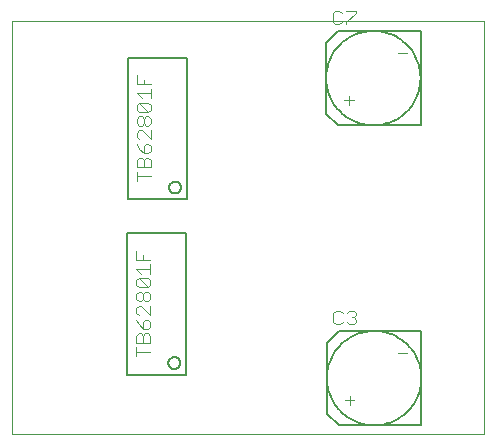
<source format=gto>
G75*
%MOIN*%
%OFA0B0*%
%FSLAX24Y24*%
%IPPOS*%
%LPD*%
%AMOC8*
5,1,8,0,0,1.08239X$1,22.5*
%
%ADD10C,0.0000*%
%ADD11C,0.0050*%
%ADD12C,0.0040*%
D10*
X010976Y000180D02*
X010976Y013960D01*
X026724Y013960D01*
X026724Y000180D01*
X010976Y000180D01*
D11*
X014816Y002168D02*
X016785Y002168D01*
X016785Y006892D01*
X014816Y006892D01*
X014816Y002168D01*
X016194Y002561D02*
X016196Y002588D01*
X016202Y002615D01*
X016211Y002641D01*
X016224Y002665D01*
X016240Y002688D01*
X016259Y002707D01*
X016281Y002724D01*
X016305Y002738D01*
X016330Y002748D01*
X016357Y002755D01*
X016384Y002758D01*
X016412Y002757D01*
X016439Y002752D01*
X016465Y002744D01*
X016489Y002732D01*
X016512Y002716D01*
X016533Y002698D01*
X016550Y002677D01*
X016565Y002653D01*
X016576Y002628D01*
X016584Y002602D01*
X016588Y002575D01*
X016588Y002547D01*
X016584Y002520D01*
X016576Y002494D01*
X016565Y002469D01*
X016550Y002445D01*
X016533Y002424D01*
X016512Y002406D01*
X016490Y002390D01*
X016465Y002378D01*
X016439Y002370D01*
X016412Y002365D01*
X016384Y002364D01*
X016357Y002367D01*
X016330Y002374D01*
X016305Y002384D01*
X016281Y002398D01*
X016259Y002415D01*
X016240Y002434D01*
X016224Y002457D01*
X016211Y002481D01*
X016202Y002507D01*
X016196Y002534D01*
X016194Y002561D01*
X021476Y003236D02*
X021476Y000874D01*
X021869Y000480D01*
X024625Y000480D01*
X024625Y003630D01*
X021869Y003630D01*
X021476Y003236D01*
X021476Y002055D02*
X021478Y002134D01*
X021484Y002213D01*
X021494Y002292D01*
X021508Y002370D01*
X021525Y002447D01*
X021547Y002523D01*
X021572Y002598D01*
X021602Y002671D01*
X021634Y002743D01*
X021671Y002814D01*
X021711Y002882D01*
X021754Y002948D01*
X021800Y003012D01*
X021850Y003074D01*
X021903Y003133D01*
X021958Y003189D01*
X022017Y003243D01*
X022078Y003293D01*
X022141Y003341D01*
X022207Y003385D01*
X022275Y003426D01*
X022345Y003463D01*
X022416Y003497D01*
X022490Y003527D01*
X022564Y003553D01*
X022640Y003575D01*
X022717Y003594D01*
X022795Y003609D01*
X022873Y003620D01*
X022952Y003627D01*
X023031Y003630D01*
X023110Y003629D01*
X023189Y003624D01*
X023268Y003615D01*
X023346Y003602D01*
X023423Y003585D01*
X023500Y003565D01*
X023575Y003540D01*
X023649Y003512D01*
X023722Y003480D01*
X023792Y003445D01*
X023861Y003406D01*
X023928Y003363D01*
X023993Y003317D01*
X024055Y003269D01*
X024115Y003217D01*
X024172Y003162D01*
X024226Y003104D01*
X024277Y003044D01*
X024325Y002981D01*
X024370Y002916D01*
X024412Y002848D01*
X024450Y002779D01*
X024484Y002708D01*
X024515Y002635D01*
X024543Y002560D01*
X024566Y002485D01*
X024586Y002408D01*
X024602Y002331D01*
X024614Y002252D01*
X024622Y002174D01*
X024626Y002095D01*
X024626Y002015D01*
X024622Y001936D01*
X024614Y001858D01*
X024602Y001779D01*
X024586Y001702D01*
X024566Y001625D01*
X024543Y001550D01*
X024515Y001475D01*
X024484Y001402D01*
X024450Y001331D01*
X024412Y001262D01*
X024370Y001194D01*
X024325Y001129D01*
X024277Y001066D01*
X024226Y001006D01*
X024172Y000948D01*
X024115Y000893D01*
X024055Y000841D01*
X023993Y000793D01*
X023928Y000747D01*
X023861Y000704D01*
X023792Y000665D01*
X023722Y000630D01*
X023649Y000598D01*
X023575Y000570D01*
X023500Y000545D01*
X023423Y000525D01*
X023346Y000508D01*
X023268Y000495D01*
X023189Y000486D01*
X023110Y000481D01*
X023031Y000480D01*
X022952Y000483D01*
X022873Y000490D01*
X022795Y000501D01*
X022717Y000516D01*
X022640Y000535D01*
X022564Y000557D01*
X022490Y000583D01*
X022416Y000613D01*
X022345Y000647D01*
X022275Y000684D01*
X022207Y000725D01*
X022141Y000769D01*
X022078Y000817D01*
X022017Y000867D01*
X021958Y000921D01*
X021903Y000977D01*
X021850Y001036D01*
X021800Y001098D01*
X021754Y001162D01*
X021711Y001228D01*
X021671Y001296D01*
X021634Y001367D01*
X021602Y001439D01*
X021572Y001512D01*
X021547Y001587D01*
X021525Y001663D01*
X021508Y001740D01*
X021494Y001818D01*
X021484Y001897D01*
X021478Y001976D01*
X021476Y002055D01*
X016810Y008018D02*
X014841Y008018D01*
X014841Y012742D01*
X016810Y012742D01*
X016810Y008018D01*
X016219Y008411D02*
X016221Y008438D01*
X016227Y008465D01*
X016236Y008491D01*
X016249Y008515D01*
X016265Y008538D01*
X016284Y008557D01*
X016306Y008574D01*
X016330Y008588D01*
X016355Y008598D01*
X016382Y008605D01*
X016409Y008608D01*
X016437Y008607D01*
X016464Y008602D01*
X016490Y008594D01*
X016514Y008582D01*
X016537Y008566D01*
X016558Y008548D01*
X016575Y008527D01*
X016590Y008503D01*
X016601Y008478D01*
X016609Y008452D01*
X016613Y008425D01*
X016613Y008397D01*
X016609Y008370D01*
X016601Y008344D01*
X016590Y008319D01*
X016575Y008295D01*
X016558Y008274D01*
X016537Y008256D01*
X016515Y008240D01*
X016490Y008228D01*
X016464Y008220D01*
X016437Y008215D01*
X016409Y008214D01*
X016382Y008217D01*
X016355Y008224D01*
X016330Y008234D01*
X016306Y008248D01*
X016284Y008265D01*
X016265Y008284D01*
X016249Y008307D01*
X016236Y008331D01*
X016227Y008357D01*
X016221Y008384D01*
X016219Y008411D01*
X021451Y010874D02*
X021844Y010480D01*
X024600Y010480D01*
X024600Y013630D01*
X021844Y013630D01*
X021451Y013236D01*
X021451Y010874D01*
X021451Y012055D02*
X021453Y012134D01*
X021459Y012213D01*
X021469Y012292D01*
X021483Y012370D01*
X021500Y012447D01*
X021522Y012523D01*
X021547Y012598D01*
X021577Y012671D01*
X021609Y012743D01*
X021646Y012814D01*
X021686Y012882D01*
X021729Y012948D01*
X021775Y013012D01*
X021825Y013074D01*
X021878Y013133D01*
X021933Y013189D01*
X021992Y013243D01*
X022053Y013293D01*
X022116Y013341D01*
X022182Y013385D01*
X022250Y013426D01*
X022320Y013463D01*
X022391Y013497D01*
X022465Y013527D01*
X022539Y013553D01*
X022615Y013575D01*
X022692Y013594D01*
X022770Y013609D01*
X022848Y013620D01*
X022927Y013627D01*
X023006Y013630D01*
X023085Y013629D01*
X023164Y013624D01*
X023243Y013615D01*
X023321Y013602D01*
X023398Y013585D01*
X023475Y013565D01*
X023550Y013540D01*
X023624Y013512D01*
X023697Y013480D01*
X023767Y013445D01*
X023836Y013406D01*
X023903Y013363D01*
X023968Y013317D01*
X024030Y013269D01*
X024090Y013217D01*
X024147Y013162D01*
X024201Y013104D01*
X024252Y013044D01*
X024300Y012981D01*
X024345Y012916D01*
X024387Y012848D01*
X024425Y012779D01*
X024459Y012708D01*
X024490Y012635D01*
X024518Y012560D01*
X024541Y012485D01*
X024561Y012408D01*
X024577Y012331D01*
X024589Y012252D01*
X024597Y012174D01*
X024601Y012095D01*
X024601Y012015D01*
X024597Y011936D01*
X024589Y011858D01*
X024577Y011779D01*
X024561Y011702D01*
X024541Y011625D01*
X024518Y011550D01*
X024490Y011475D01*
X024459Y011402D01*
X024425Y011331D01*
X024387Y011262D01*
X024345Y011194D01*
X024300Y011129D01*
X024252Y011066D01*
X024201Y011006D01*
X024147Y010948D01*
X024090Y010893D01*
X024030Y010841D01*
X023968Y010793D01*
X023903Y010747D01*
X023836Y010704D01*
X023767Y010665D01*
X023697Y010630D01*
X023624Y010598D01*
X023550Y010570D01*
X023475Y010545D01*
X023398Y010525D01*
X023321Y010508D01*
X023243Y010495D01*
X023164Y010486D01*
X023085Y010481D01*
X023006Y010480D01*
X022927Y010483D01*
X022848Y010490D01*
X022770Y010501D01*
X022692Y010516D01*
X022615Y010535D01*
X022539Y010557D01*
X022465Y010583D01*
X022391Y010613D01*
X022320Y010647D01*
X022250Y010684D01*
X022182Y010725D01*
X022116Y010769D01*
X022053Y010817D01*
X021992Y010867D01*
X021933Y010921D01*
X021878Y010977D01*
X021825Y011036D01*
X021775Y011098D01*
X021729Y011162D01*
X021686Y011228D01*
X021646Y011296D01*
X021609Y011367D01*
X021577Y011439D01*
X021547Y011512D01*
X021522Y011587D01*
X021500Y011663D01*
X021483Y011740D01*
X021469Y011818D01*
X021459Y011897D01*
X021453Y011976D01*
X021451Y012055D01*
D12*
X022215Y011474D02*
X022215Y011167D01*
X022061Y011321D02*
X022368Y011321D01*
X023833Y012896D02*
X024140Y012896D01*
X022435Y014230D02*
X022128Y013923D01*
X022128Y013847D01*
X021975Y013923D02*
X021898Y013847D01*
X021744Y013847D01*
X021668Y013923D01*
X021668Y014230D01*
X021744Y014307D01*
X021898Y014307D01*
X021975Y014230D01*
X022128Y014307D02*
X022435Y014307D01*
X022435Y014230D01*
X015609Y011851D02*
X015148Y011851D01*
X015148Y012158D01*
X015379Y012005D02*
X015379Y011851D01*
X015609Y011698D02*
X015609Y011391D01*
X015609Y011544D02*
X015148Y011544D01*
X015302Y011391D01*
X015225Y011237D02*
X015532Y010930D01*
X015609Y011007D01*
X015609Y011161D01*
X015532Y011237D01*
X015225Y011237D01*
X015148Y011161D01*
X015148Y011007D01*
X015225Y010930D01*
X015532Y010930D01*
X015532Y010777D02*
X015455Y010777D01*
X015379Y010700D01*
X015379Y010547D01*
X015302Y010470D01*
X015225Y010470D01*
X015148Y010547D01*
X015148Y010700D01*
X015225Y010777D01*
X015302Y010777D01*
X015379Y010700D01*
X015379Y010547D02*
X015455Y010470D01*
X015532Y010470D01*
X015609Y010547D01*
X015609Y010700D01*
X015532Y010777D01*
X015609Y010316D02*
X015609Y010010D01*
X015302Y010316D01*
X015225Y010316D01*
X015148Y010240D01*
X015148Y010086D01*
X015225Y010010D01*
X015148Y009856D02*
X015225Y009703D01*
X015379Y009549D01*
X015379Y009779D01*
X015455Y009856D01*
X015532Y009856D01*
X015609Y009779D01*
X015609Y009626D01*
X015532Y009549D01*
X015379Y009549D01*
X015455Y009396D02*
X015532Y009396D01*
X015609Y009319D01*
X015609Y009089D01*
X015148Y009089D01*
X015148Y009319D01*
X015225Y009396D01*
X015302Y009396D01*
X015379Y009319D01*
X015379Y009089D01*
X015379Y009319D02*
X015455Y009396D01*
X015148Y008935D02*
X015148Y008628D01*
X015148Y008782D02*
X015609Y008782D01*
X015123Y006308D02*
X015123Y006001D01*
X015584Y006001D01*
X015584Y005848D02*
X015584Y005541D01*
X015584Y005694D02*
X015123Y005694D01*
X015277Y005541D01*
X015200Y005387D02*
X015507Y005080D01*
X015584Y005157D01*
X015584Y005311D01*
X015507Y005387D01*
X015200Y005387D01*
X015123Y005311D01*
X015123Y005157D01*
X015200Y005080D01*
X015507Y005080D01*
X015507Y004927D02*
X015584Y004850D01*
X015584Y004697D01*
X015507Y004620D01*
X015430Y004620D01*
X015354Y004697D01*
X015354Y004850D01*
X015430Y004927D01*
X015507Y004927D01*
X015354Y004850D02*
X015277Y004927D01*
X015200Y004927D01*
X015123Y004850D01*
X015123Y004697D01*
X015200Y004620D01*
X015277Y004620D01*
X015354Y004697D01*
X015277Y004466D02*
X015200Y004466D01*
X015123Y004390D01*
X015123Y004236D01*
X015200Y004160D01*
X015123Y004006D02*
X015200Y003853D01*
X015354Y003699D01*
X015354Y003929D01*
X015430Y004006D01*
X015507Y004006D01*
X015584Y003929D01*
X015584Y003776D01*
X015507Y003699D01*
X015354Y003699D01*
X015430Y003546D02*
X015507Y003546D01*
X015584Y003469D01*
X015584Y003239D01*
X015123Y003239D01*
X015123Y003469D01*
X015200Y003546D01*
X015277Y003546D01*
X015354Y003469D01*
X015354Y003239D01*
X015354Y003469D02*
X015430Y003546D01*
X015123Y003085D02*
X015123Y002778D01*
X015123Y002932D02*
X015584Y002932D01*
X015584Y004160D02*
X015277Y004466D01*
X015584Y004466D02*
X015584Y004160D01*
X015354Y006001D02*
X015354Y006155D01*
X021693Y004230D02*
X021693Y003923D01*
X021769Y003847D01*
X021923Y003847D01*
X022000Y003923D01*
X022153Y003923D02*
X022230Y003847D01*
X022383Y003847D01*
X022460Y003923D01*
X022460Y004000D01*
X022383Y004077D01*
X022306Y004077D01*
X022383Y004077D02*
X022460Y004154D01*
X022460Y004230D01*
X022383Y004307D01*
X022230Y004307D01*
X022153Y004230D01*
X022000Y004230D02*
X021923Y004307D01*
X021769Y004307D01*
X021693Y004230D01*
X023858Y002896D02*
X024165Y002896D01*
X022240Y001474D02*
X022240Y001167D01*
X022086Y001321D02*
X022393Y001321D01*
M02*

</source>
